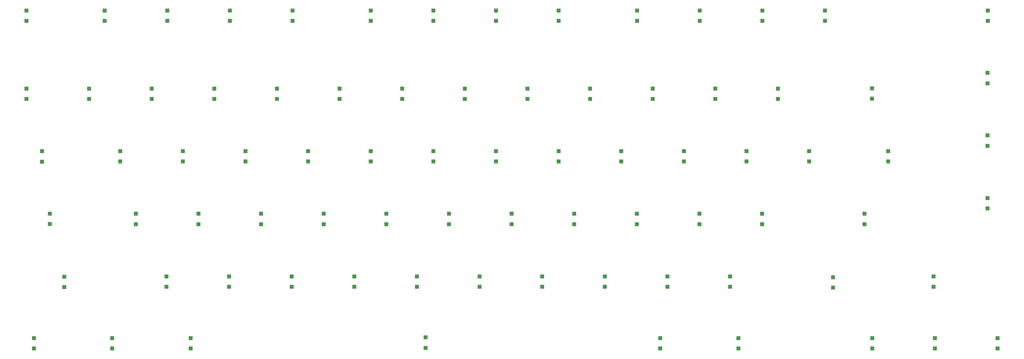
<source format=gbr>
G04 #@! TF.GenerationSoftware,KiCad,Pcbnew,(6.0.10)*
G04 #@! TF.CreationDate,2023-03-11T21:04:29-08:00*
G04 #@! TF.ProjectId,keyboard,6b657962-6f61-4726-942e-6b696361645f,rev?*
G04 #@! TF.SameCoordinates,Original*
G04 #@! TF.FileFunction,Paste,Top*
G04 #@! TF.FilePolarity,Positive*
%FSLAX46Y46*%
G04 Gerber Fmt 4.6, Leading zero omitted, Abs format (unit mm)*
G04 Created by KiCad (PCBNEW (6.0.10)) date 2023-03-11 21:04:29*
%MOMM*%
%LPD*%
G01*
G04 APERTURE LIST*
%ADD10R,1.200000X1.200000*%
G04 APERTURE END LIST*
D10*
X232320000Y-142525000D03*
X232320000Y-139375000D03*
X274950000Y-199775000D03*
X274950000Y-196625000D03*
X382450000Y-200005000D03*
X382450000Y-196855000D03*
X429507500Y-118745000D03*
X429507500Y-115595000D03*
X218052500Y-118745000D03*
X218052500Y-115595000D03*
X203745000Y-161575000D03*
X203745000Y-158425000D03*
X170330000Y-180675000D03*
X170330000Y-177525000D03*
X194220000Y-142525000D03*
X194220000Y-139375000D03*
X251370000Y-142525000D03*
X251370000Y-139375000D03*
X198750000Y-199775000D03*
X198750000Y-196625000D03*
X298995000Y-161575000D03*
X298995000Y-158425000D03*
X289470000Y-142525000D03*
X289470000Y-139375000D03*
X227480000Y-180675000D03*
X227480000Y-177525000D03*
X284630000Y-180675000D03*
X284630000Y-177525000D03*
X429487500Y-137762500D03*
X429487500Y-134612500D03*
X217800000Y-199775000D03*
X217800000Y-196625000D03*
X137070000Y-142525000D03*
X137070000Y-139375000D03*
X165645000Y-161575000D03*
X165645000Y-158425000D03*
X413460000Y-218545000D03*
X413460000Y-215395000D03*
X329890000Y-218575000D03*
X329890000Y-215425000D03*
X365670000Y-142525000D03*
X365670000Y-139375000D03*
X179952500Y-118745000D03*
X179952500Y-115595000D03*
X144250000Y-180645000D03*
X144250000Y-177495000D03*
X327570000Y-142525000D03*
X327570000Y-139375000D03*
X303680000Y-180675000D03*
X303680000Y-177525000D03*
X360927500Y-118745000D03*
X360927500Y-115595000D03*
X351150000Y-199775000D03*
X351150000Y-196625000D03*
X318045000Y-161575000D03*
X318045000Y-158425000D03*
X341780000Y-180675000D03*
X341780000Y-177525000D03*
X265580000Y-180675000D03*
X265580000Y-177525000D03*
X294000000Y-199775000D03*
X294000000Y-196625000D03*
X199002500Y-118745000D03*
X199002500Y-115595000D03*
X360830000Y-180675000D03*
X360830000Y-177525000D03*
X148630000Y-199875000D03*
X148630000Y-196725000D03*
X394410000Y-218545000D03*
X394410000Y-215395000D03*
X337095000Y-161575000D03*
X337095000Y-158425000D03*
X139390000Y-218575000D03*
X139390000Y-215425000D03*
X179700000Y-199775000D03*
X179700000Y-196625000D03*
X184695000Y-161575000D03*
X184695000Y-158425000D03*
X299015000Y-118745000D03*
X299015000Y-115595000D03*
X341877500Y-118745000D03*
X341877500Y-115595000D03*
X353702500Y-218575000D03*
X353702500Y-215425000D03*
X236850000Y-199775000D03*
X236850000Y-196625000D03*
X189380000Y-180675000D03*
X189380000Y-177525000D03*
X246530000Y-180675000D03*
X246530000Y-177525000D03*
X241865000Y-118745000D03*
X241865000Y-115595000D03*
X258500000Y-218365000D03*
X258500000Y-215215000D03*
X141860000Y-161635000D03*
X141860000Y-158485000D03*
X260895000Y-161575000D03*
X260895000Y-158425000D03*
X175170000Y-142525000D03*
X175170000Y-139375000D03*
X163202500Y-218575000D03*
X163202500Y-215425000D03*
X255900000Y-199775000D03*
X255900000Y-196625000D03*
X356145000Y-161575000D03*
X356145000Y-158425000D03*
X332100000Y-199775000D03*
X332100000Y-196625000D03*
X241845000Y-161575000D03*
X241845000Y-158425000D03*
X208430000Y-180675000D03*
X208430000Y-177525000D03*
X137090000Y-118745000D03*
X137090000Y-115595000D03*
X392060000Y-180675000D03*
X392060000Y-177525000D03*
X156120000Y-142525000D03*
X156120000Y-139375000D03*
X279965000Y-118745000D03*
X279965000Y-115595000D03*
X222795000Y-161575000D03*
X222795000Y-158425000D03*
X413062500Y-199775000D03*
X413062500Y-196625000D03*
X313050000Y-199775000D03*
X313050000Y-196625000D03*
X213270000Y-142525000D03*
X213270000Y-139375000D03*
X394340000Y-142445000D03*
X394340000Y-139295000D03*
X429487500Y-156812500D03*
X429487500Y-153662500D03*
X270420000Y-142525000D03*
X270420000Y-139375000D03*
X429410000Y-175912500D03*
X429410000Y-172762500D03*
X379977500Y-118745000D03*
X379977500Y-115595000D03*
X322730000Y-180675000D03*
X322730000Y-177525000D03*
X322827500Y-118745000D03*
X322827500Y-115595000D03*
X375195000Y-161575000D03*
X375195000Y-158425000D03*
X399200000Y-161605000D03*
X399200000Y-158455000D03*
X187015000Y-218575000D03*
X187015000Y-215425000D03*
X279945000Y-161575000D03*
X279945000Y-158425000D03*
X308520000Y-142525000D03*
X308520000Y-139375000D03*
X432510000Y-218545000D03*
X432510000Y-215395000D03*
X346620000Y-142525000D03*
X346620000Y-139375000D03*
X260915000Y-118745000D03*
X260915000Y-115595000D03*
X160902500Y-118745000D03*
X160902500Y-115595000D03*
M02*

</source>
